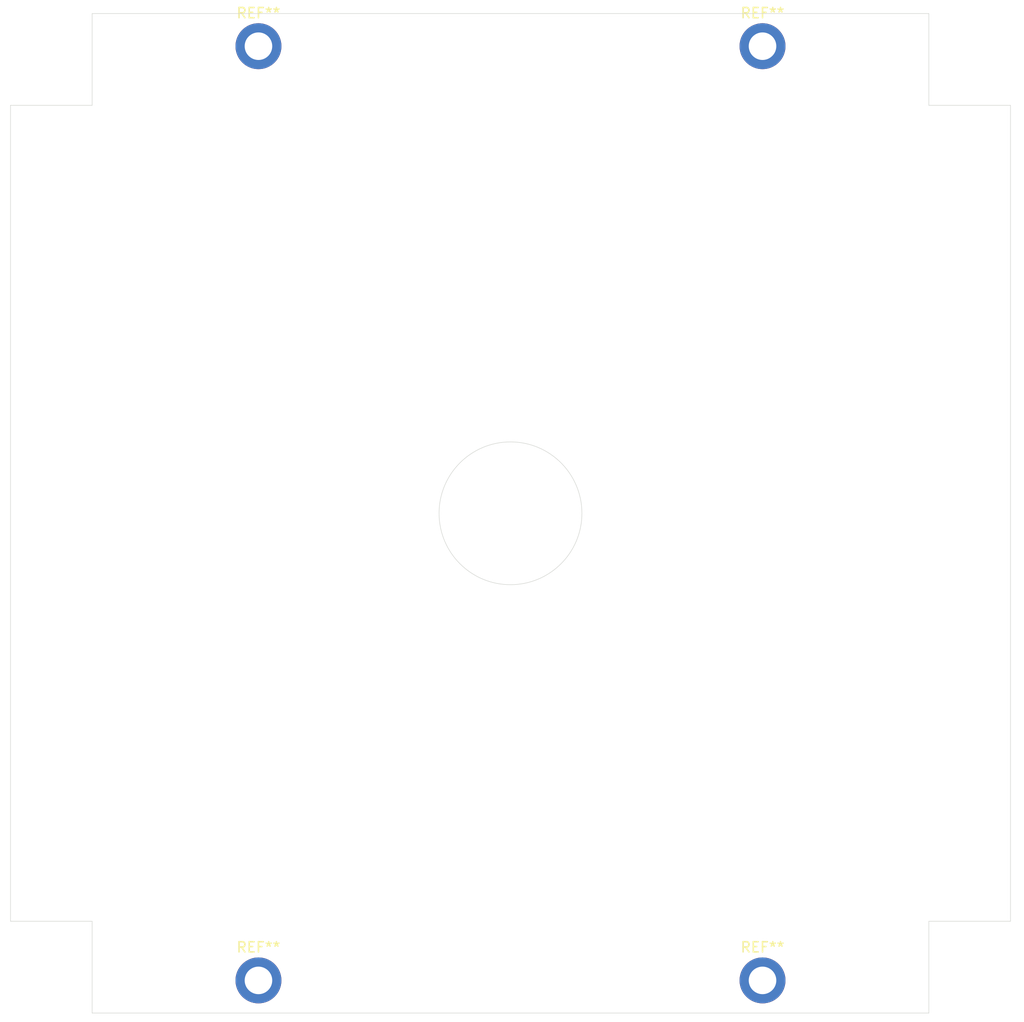
<source format=kicad_pcb>
(kicad_pcb (version 20171130) (host pcbnew "(5.1.2)-2")

  (general
    (thickness 1.6)
    (drawings 13)
    (tracks 0)
    (zones 0)
    (modules 4)
    (nets 2)
  )

  (page A2)
  (layers
    (0 F.Cu signal)
    (31 B.Cu signal)
    (32 B.Adhes user)
    (33 F.Adhes user)
    (34 B.Paste user)
    (35 F.Paste user)
    (36 B.SilkS user)
    (37 F.SilkS user)
    (38 B.Mask user)
    (39 F.Mask user)
    (40 Dwgs.User user)
    (41 Cmts.User user)
    (42 Eco1.User user)
    (43 Eco2.User user)
    (44 Edge.Cuts user)
    (45 Margin user)
    (46 B.CrtYd user)
    (47 F.CrtYd user)
    (48 B.Fab user)
    (49 F.Fab user)
  )

  (setup
    (last_trace_width 0.25)
    (trace_clearance 0.2)
    (zone_clearance 0.508)
    (zone_45_only no)
    (trace_min 0.2)
    (via_size 0.8)
    (via_drill 0.4)
    (via_min_size 0.4)
    (via_min_drill 0.3)
    (uvia_size 0.3)
    (uvia_drill 0.1)
    (uvias_allowed no)
    (uvia_min_size 0.2)
    (uvia_min_drill 0.1)
    (edge_width 0.05)
    (segment_width 0.2)
    (pcb_text_width 0.3)
    (pcb_text_size 1.5 1.5)
    (mod_edge_width 0.12)
    (mod_text_size 1 1)
    (mod_text_width 0.15)
    (pad_size 3.2 3.2)
    (pad_drill 1.8)
    (pad_to_mask_clearance 0.051)
    (solder_mask_min_width 0.25)
    (aux_axis_origin 0 0)
    (visible_elements 7FFFFFFF)
    (pcbplotparams
      (layerselection 0x010fc_ffffffff)
      (usegerberextensions false)
      (usegerberattributes false)
      (usegerberadvancedattributes false)
      (creategerberjobfile false)
      (excludeedgelayer true)
      (linewidth 0.100000)
      (plotframeref false)
      (viasonmask false)
      (mode 1)
      (useauxorigin false)
      (hpglpennumber 1)
      (hpglpenspeed 20)
      (hpglpendiameter 15.000000)
      (psnegative false)
      (psa4output false)
      (plotreference true)
      (plotvalue true)
      (plotinvisibletext false)
      (padsonsilk false)
      (subtractmaskfromsilk false)
      (outputformat 1)
      (mirror false)
      (drillshape 0)
      (scaleselection 1)
      (outputdirectory "D:/MAG+ SUCHAI 2 y 3/MAG_PC_AOA_FOD/A/Hardware/PCD/PCD/"))
  )

  (net 0 "")
  (net 1 GND)

  (net_class Default "This is the default net class."
    (clearance 0.2)
    (trace_width 0.25)
    (via_dia 0.8)
    (via_drill 0.4)
    (uvia_dia 0.3)
    (uvia_drill 0.1)
  )

  (module Mounting_Holes:MountingHole_2.7mm_M2.5_ISO14580_Pad (layer F.Cu) (tedit 56D1B4CB) (tstamp 613A121A)
    (at 355.7 173.2)
    (descr "Mounting Hole 2.7mm, M2.5, ISO14580")
    (tags "mounting hole 2.7mm m2.5 iso14580")
    (attr virtual)
    (fp_text reference REF** (at 0 -3.25) (layer F.SilkS)
      (effects (font (size 1 1) (thickness 0.15)))
    )
    (fp_text value MountingHole_2.7mm_M2.5_ISO14580_Pad (at 0 3.25) (layer F.Fab)
      (effects (font (size 1 1) (thickness 0.15)))
    )
    (fp_circle (center 0 0) (end 2.5 0) (layer F.CrtYd) (width 0.05))
    (fp_circle (center 0 0) (end 2.25 0) (layer Cmts.User) (width 0.15))
    (fp_text user %R (at 0.3 0) (layer F.Fab)
      (effects (font (size 1 1) (thickness 0.15)))
    )
    (pad 1 thru_hole circle (at 0 0) (size 4.5 4.5) (drill 2.7) (layers *.Cu *.Mask))
  )

  (module Mounting_Holes:MountingHole_2.7mm_M2.5_ISO14580_Pad (layer F.Cu) (tedit 56D1B4CB) (tstamp 613A121A)
    (at 355.7 264.8)
    (descr "Mounting Hole 2.7mm, M2.5, ISO14580")
    (tags "mounting hole 2.7mm m2.5 iso14580")
    (attr virtual)
    (fp_text reference REF** (at 0 -3.25) (layer F.SilkS)
      (effects (font (size 1 1) (thickness 0.15)))
    )
    (fp_text value MountingHole_2.7mm_M2.5_ISO14580_Pad (at 0 3.25) (layer F.Fab)
      (effects (font (size 1 1) (thickness 0.15)))
    )
    (fp_circle (center 0 0) (end 2.5 0) (layer F.CrtYd) (width 0.05))
    (fp_circle (center 0 0) (end 2.25 0) (layer Cmts.User) (width 0.15))
    (fp_text user %R (at 0.3 0) (layer F.Fab)
      (effects (font (size 1 1) (thickness 0.15)))
    )
    (pad 1 thru_hole circle (at 0 0) (size 4.5 4.5) (drill 2.7) (layers *.Cu *.Mask))
  )

  (module Mounting_Holes:MountingHole_2.7mm_M2.5_ISO14580_Pad (layer F.Cu) (tedit 56D1B4CB) (tstamp 613A121A)
    (at 306.3 173.2)
    (descr "Mounting Hole 2.7mm, M2.5, ISO14580")
    (tags "mounting hole 2.7mm m2.5 iso14580")
    (attr virtual)
    (fp_text reference REF** (at 0 -3.25) (layer F.SilkS)
      (effects (font (size 1 1) (thickness 0.15)))
    )
    (fp_text value MountingHole_2.7mm_M2.5_ISO14580_Pad (at 0 3.25) (layer F.Fab)
      (effects (font (size 1 1) (thickness 0.15)))
    )
    (fp_circle (center 0 0) (end 2.5 0) (layer F.CrtYd) (width 0.05))
    (fp_circle (center 0 0) (end 2.25 0) (layer Cmts.User) (width 0.15))
    (fp_text user %R (at 0.3 0) (layer F.Fab)
      (effects (font (size 1 1) (thickness 0.15)))
    )
    (pad 1 thru_hole circle (at 0 0) (size 4.5 4.5) (drill 2.7) (layers *.Cu *.Mask))
  )

  (module Mounting_Holes:MountingHole_2.7mm_M2.5_ISO14580_Pad (layer F.Cu) (tedit 56D1B4CB) (tstamp 613A121A)
    (at 306.3 264.8)
    (descr "Mounting Hole 2.7mm, M2.5, ISO14580")
    (tags "mounting hole 2.7mm m2.5 iso14580")
    (attr virtual)
    (fp_text reference REF** (at 0 -3.25) (layer F.SilkS)
      (effects (font (size 1 1) (thickness 0.15)))
    )
    (fp_text value MountingHole_2.7mm_M2.5_ISO14580_Pad (at 0 3.25) (layer F.Fab)
      (effects (font (size 1 1) (thickness 0.15)))
    )
    (fp_circle (center 0 0) (end 2.5 0) (layer F.CrtYd) (width 0.05))
    (fp_circle (center 0 0) (end 2.25 0) (layer Cmts.User) (width 0.15))
    (fp_text user %R (at 0.3 0) (layer F.Fab)
      (effects (font (size 1 1) (thickness 0.15)))
    )
    (pad 1 thru_hole circle (at 0 0) (size 4.5 4.5) (drill 2.7) (layers *.Cu *.Mask))
  )

  (gr_circle (center 331 219) (end 338 219) (layer Edge.Cuts) (width 0.05))
  (gr_line (start 372 179) (end 372 170) (layer Edge.Cuts) (width 0.05) (tstamp 613A118F))
  (gr_line (start 380 179) (end 372 179) (layer Edge.Cuts) (width 0.05))
  (gr_line (start 380 259) (end 380 179) (layer Edge.Cuts) (width 0.05))
  (gr_line (start 372 259) (end 380 259) (layer Edge.Cuts) (width 0.05))
  (gr_line (start 372 268) (end 372 259) (layer Edge.Cuts) (width 0.05))
  (gr_line (start 290 268) (end 372 268) (layer Edge.Cuts) (width 0.05))
  (gr_line (start 290 259) (end 290 268) (layer Edge.Cuts) (width 0.05))
  (gr_line (start 282 259) (end 290 259) (layer Edge.Cuts) (width 0.05))
  (gr_line (start 282 179) (end 282 259) (layer Edge.Cuts) (width 0.05))
  (gr_line (start 290 179) (end 282 179) (layer Edge.Cuts) (width 0.05))
  (gr_line (start 290 170) (end 290 179) (layer Edge.Cuts) (width 0.05))
  (gr_line (start 290 170) (end 372 170) (layer Edge.Cuts) (width 0.05))

  (zone (net 1) (net_name GND) (layer F.Cu) (tstamp 613A2165) (hatch edge 0.508)
    (connect_pads (clearance 0.508))
    (min_thickness 0.254)
    (fill yes (arc_segments 32) (thermal_gap 0.508) (thermal_bridge_width 0.508))
    (polygon
      (pts
        (xy 280.97 268.71) (xy 281.24 169) (xy 381.15 168.67) (xy 380.61 268.28)
      )
    )
  )
  (zone (net 1) (net_name GND) (layer B.Cu) (tstamp 613A2162) (hatch edge 0.508)
    (connect_pads (clearance 0.508))
    (min_thickness 0.254)
    (fill yes (arc_segments 32) (thermal_gap 0.508) (thermal_bridge_width 0.508))
    (polygon
      (pts
        (xy 381.33 268.64) (xy 381.13 168.69) (xy 281.26 169.06) (xy 280.97 268.71) (xy 280.98 268.7)
      )
    )
  )
)

</source>
